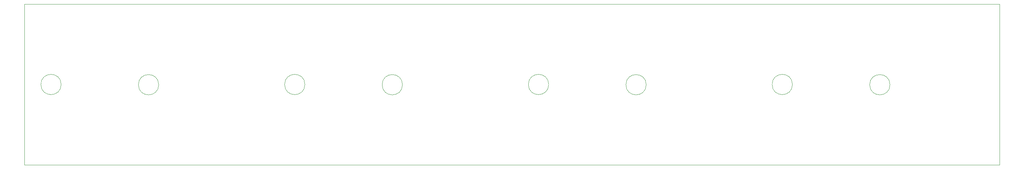
<source format=gbr>
%TF.GenerationSoftware,KiCad,Pcbnew,(6.0.7)*%
%TF.CreationDate,2024-02-08T01:47:39+01:00*%
%TF.ProjectId,RACK_CONNECTOR,5241434b-5f43-44f4-9e4e-4543544f522e,rev?*%
%TF.SameCoordinates,Original*%
%TF.FileFunction,Profile,NP*%
%FSLAX46Y46*%
G04 Gerber Fmt 4.6, Leading zero omitted, Abs format (unit mm)*
G04 Created by KiCad (PCBNEW (6.0.7)) date 2024-02-08 01:47:39*
%MOMM*%
%LPD*%
G01*
G04 APERTURE LIST*
%TA.AperFunction,Profile*%
%ADD10C,0.100000*%
%TD*%
G04 APERTURE END LIST*
D10*
X53410000Y-63970000D02*
G75*
G03*
X53410000Y-63970000I-2500000J0D01*
G01*
X29400000Y-63910000D02*
G75*
G03*
X29400000Y-63910000I-2500000J0D01*
G01*
X20400000Y-83700000D02*
X260400000Y-83700000D01*
X260400000Y-83700000D02*
X260400000Y-44100000D01*
X260400000Y-44100000D02*
X20400000Y-44100000D01*
X20400000Y-44100000D02*
X20400000Y-83700000D01*
X233410000Y-63970000D02*
G75*
G03*
X233410000Y-63970000I-2500000J0D01*
G01*
X89400000Y-63910000D02*
G75*
G03*
X89400000Y-63910000I-2500000J0D01*
G01*
X113410000Y-63970000D02*
G75*
G03*
X113410000Y-63970000I-2500000J0D01*
G01*
X149400000Y-63910000D02*
G75*
G03*
X149400000Y-63910000I-2500000J0D01*
G01*
X173410000Y-63970000D02*
G75*
G03*
X173410000Y-63970000I-2500000J0D01*
G01*
X209400000Y-63910000D02*
G75*
G03*
X209400000Y-63910000I-2500000J0D01*
G01*
M02*

</source>
